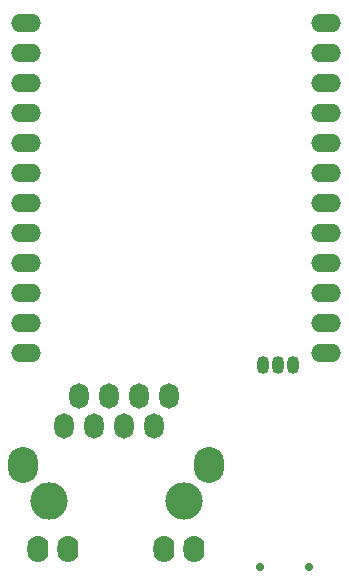
<source format=gbs>
G04 #@! TF.GenerationSoftware,KiCad,Pcbnew,6.0.5-a6ca702e91~116~ubuntu20.04.1*
G04 #@! TF.CreationDate,2024-03-02T15:14:07+03:00*
G04 #@! TF.ProjectId,iot-esp-eth-ind,696f742d-6573-4702-9d65-74682d696e64,rev?*
G04 #@! TF.SameCoordinates,PX3072580PYa990340*
G04 #@! TF.FileFunction,Soldermask,Bot*
G04 #@! TF.FilePolarity,Negative*
%FSLAX46Y46*%
G04 Gerber Fmt 4.6, Leading zero omitted, Abs format (unit mm)*
G04 Created by KiCad (PCBNEW 6.0.5-a6ca702e91~116~ubuntu20.04.1) date 2024-03-02 15:14:07*
%MOMM*%
%LPD*%
G01*
G04 APERTURE LIST*
%ADD10O,1.016000X1.524000*%
%ADD11C,0.711200*%
%ADD12O,2.540000X1.524000*%
%ADD13C,3.175000*%
%ADD14O,1.651000X2.159000*%
%ADD15O,1.778000X2.286000*%
%ADD16O,2.540000X3.048000*%
G04 APERTURE END LIST*
D10*
G04 #@! TO.C,J41*
X22098000Y20828000D03*
X23368000Y20828000D03*
X24638000Y20828000D03*
G04 #@! TD*
D11*
G04 #@! TO.C,J81*
X25958800Y3733800D03*
X21793200Y3733800D03*
G04 #@! TD*
D12*
G04 #@! TO.C,J52*
X27432000Y49784000D03*
X27432000Y47244000D03*
X27432000Y44704000D03*
X27432000Y42164000D03*
X27432000Y39624000D03*
X27432000Y37084000D03*
X27432000Y34544000D03*
X27432000Y32004000D03*
X27432000Y29464000D03*
X27432000Y26924000D03*
X27432000Y24384000D03*
X27432000Y21844000D03*
G04 #@! TD*
D13*
G04 #@! TO.C,J61*
X15367000Y9268968D03*
X3937000Y9268968D03*
D14*
X5207000Y15621000D03*
X6477000Y18161000D03*
X7747000Y15621000D03*
X9017000Y18161000D03*
X10287000Y15621000D03*
X11557000Y18161000D03*
X12827000Y15621000D03*
X14097000Y18161000D03*
D15*
X3048000Y5207000D03*
X5588000Y5207000D03*
X13716000Y5207000D03*
X16256000Y5207000D03*
D16*
X17526000Y12319000D03*
X1778000Y12319000D03*
G04 #@! TD*
D12*
G04 #@! TO.C,J51*
X2032000Y49784000D03*
X2032000Y47244000D03*
X2032000Y44704000D03*
X2032000Y42164000D03*
X2032000Y39624000D03*
X2032000Y37084000D03*
X2032000Y34544000D03*
X2032000Y32004000D03*
X2032000Y29464000D03*
X2032000Y26924000D03*
X2032000Y24384000D03*
X2032000Y21844000D03*
G04 #@! TD*
M02*

</source>
